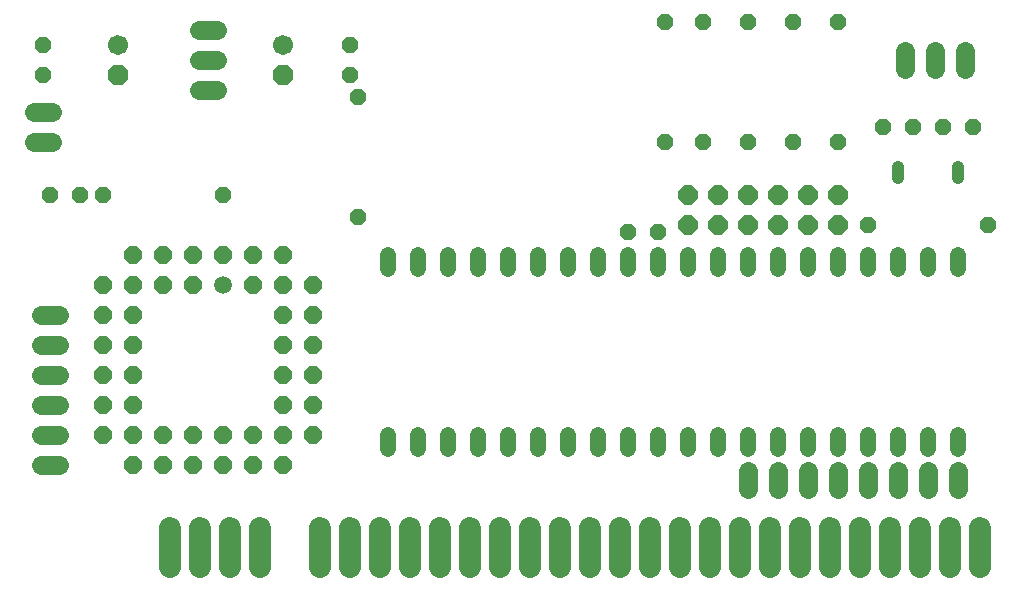
<source format=gbs>
G75*
%MOIN*%
%OFA0B0*%
%FSLAX24Y24*%
%IPPOS*%
%LPD*%
%AMOC8*
5,1,8,0,0,1.08239X$1,22.5*
%
%ADD10C,0.0400*%
%ADD11OC8,0.0520*%
%ADD12C,0.0520*%
%ADD13C,0.0640*%
%ADD14C,0.0590*%
%ADD15OC8,0.0590*%
%ADD16OC8,0.0670*%
%ADD17C,0.0670*%
%ADD18C,0.0740*%
%ADD19OC8,0.0640*%
D10*
X029600Y013745D02*
X029600Y014105D01*
X031600Y014105D02*
X031600Y013745D01*
D11*
X032600Y012175D03*
X028600Y012175D03*
X027600Y014925D03*
X029100Y015425D03*
X030100Y015425D03*
X031100Y015425D03*
X032100Y015425D03*
X027600Y018925D03*
X026100Y018925D03*
X024600Y018925D03*
X023100Y018925D03*
X021850Y018925D03*
X021850Y014925D03*
X023100Y014925D03*
X024600Y014925D03*
X026100Y014925D03*
X021600Y011925D03*
X020600Y011925D03*
X011600Y012425D03*
X007100Y013175D03*
X003100Y013175D03*
X002350Y013175D03*
X001350Y013175D03*
X001100Y017175D03*
X001100Y018175D03*
X011350Y018175D03*
X011350Y017175D03*
X011600Y016425D03*
D12*
X012600Y011165D02*
X012600Y010685D01*
X013600Y010685D02*
X013600Y011165D01*
X014600Y011165D02*
X014600Y010685D01*
X015600Y010685D02*
X015600Y011165D01*
X016600Y011165D02*
X016600Y010685D01*
X017600Y010685D02*
X017600Y011165D01*
X018600Y011165D02*
X018600Y010685D01*
X019600Y010685D02*
X019600Y011165D01*
X020600Y011165D02*
X020600Y010685D01*
X021600Y010685D02*
X021600Y011165D01*
X022600Y011165D02*
X022600Y010685D01*
X023600Y010685D02*
X023600Y011165D01*
X024600Y011165D02*
X024600Y010685D01*
X025600Y010685D02*
X025600Y011165D01*
X026600Y011165D02*
X026600Y010685D01*
X027600Y010685D02*
X027600Y011165D01*
X028600Y011165D02*
X028600Y010685D01*
X029600Y010685D02*
X029600Y011165D01*
X030600Y011165D02*
X030600Y010685D01*
X031600Y010685D02*
X031600Y011165D01*
X031600Y005165D02*
X031600Y004685D01*
X030600Y004685D02*
X030600Y005165D01*
X029600Y005165D02*
X029600Y004685D01*
X028600Y004685D02*
X028600Y005165D01*
X027600Y005165D02*
X027600Y004685D01*
X026600Y004685D02*
X026600Y005165D01*
X025600Y005165D02*
X025600Y004685D01*
X024600Y004685D02*
X024600Y005165D01*
X023600Y005165D02*
X023600Y004685D01*
X022600Y004685D02*
X022600Y005165D01*
X021600Y005165D02*
X021600Y004685D01*
X020600Y004685D02*
X020600Y005165D01*
X019600Y005165D02*
X019600Y004685D01*
X018600Y004685D02*
X018600Y005165D01*
X017600Y005165D02*
X017600Y004685D01*
X016600Y004685D02*
X016600Y005165D01*
X015600Y005165D02*
X015600Y004685D01*
X014600Y004685D02*
X014600Y005165D01*
X013600Y005165D02*
X013600Y004685D01*
X012600Y004685D02*
X012600Y005165D01*
D13*
X001650Y005175D02*
X001050Y005175D01*
X001050Y004175D02*
X001650Y004175D01*
X001650Y006175D02*
X001050Y006175D01*
X001050Y007175D02*
X001650Y007175D01*
X001650Y008175D02*
X001050Y008175D01*
X001050Y009175D02*
X001650Y009175D01*
X001400Y014925D02*
X000800Y014925D01*
X000800Y015925D02*
X001400Y015925D01*
X006300Y016675D02*
X006900Y016675D01*
X006900Y017675D02*
X006300Y017675D01*
X006300Y018675D02*
X006900Y018675D01*
X029850Y017975D02*
X029850Y017375D01*
X030850Y017375D02*
X030850Y017975D01*
X031850Y017975D02*
X031850Y017375D01*
X031600Y003975D02*
X031600Y003375D01*
X030600Y003375D02*
X030600Y003975D01*
X029600Y003975D02*
X029600Y003375D01*
X028600Y003375D02*
X028600Y003975D01*
X027600Y003975D02*
X027600Y003375D01*
X026600Y003375D02*
X026600Y003975D01*
X025600Y003975D02*
X025600Y003375D01*
X024600Y003375D02*
X024600Y003975D01*
D14*
X007100Y010175D03*
D15*
X006100Y010175D03*
X005100Y010175D03*
X004100Y010175D03*
X003100Y010175D03*
X003100Y009175D03*
X004100Y009175D03*
X004100Y008175D03*
X003100Y008175D03*
X003100Y007175D03*
X004100Y007175D03*
X004100Y006175D03*
X003100Y006175D03*
X003100Y005175D03*
X004100Y005175D03*
X005100Y005175D03*
X006100Y005175D03*
X007100Y005175D03*
X008100Y005175D03*
X009100Y005175D03*
X010100Y005175D03*
X010100Y006175D03*
X009100Y006175D03*
X009100Y007175D03*
X010100Y007175D03*
X010100Y008175D03*
X009100Y008175D03*
X009100Y009175D03*
X010100Y009175D03*
X010100Y010175D03*
X009100Y010175D03*
X008100Y010175D03*
X008100Y011175D03*
X007100Y011175D03*
X006100Y011175D03*
X005100Y011175D03*
X004100Y011175D03*
X009100Y011175D03*
X009100Y004175D03*
X008100Y004175D03*
X007100Y004175D03*
X006100Y004175D03*
X005100Y004175D03*
X004100Y004175D03*
D16*
X003600Y017175D03*
X009100Y017175D03*
D17*
X009100Y018175D03*
X003600Y018175D03*
D18*
X005350Y002075D02*
X005350Y000775D01*
X006350Y000775D02*
X006350Y002075D01*
X007350Y002075D02*
X007350Y000775D01*
X008350Y000775D02*
X008350Y002075D01*
X010350Y002075D02*
X010350Y000775D01*
X011350Y000775D02*
X011350Y002075D01*
X012350Y002075D02*
X012350Y000775D01*
X013350Y000775D02*
X013350Y002075D01*
X014350Y002075D02*
X014350Y000775D01*
X015350Y000775D02*
X015350Y002075D01*
X016350Y002075D02*
X016350Y000775D01*
X017350Y000775D02*
X017350Y002075D01*
X018350Y002075D02*
X018350Y000775D01*
X019350Y000775D02*
X019350Y002075D01*
X020350Y002075D02*
X020350Y000775D01*
X021350Y000775D02*
X021350Y002075D01*
X022350Y002075D02*
X022350Y000775D01*
X023350Y000775D02*
X023350Y002075D01*
X024350Y002075D02*
X024350Y000775D01*
X025350Y000775D02*
X025350Y002075D01*
X026350Y002075D02*
X026350Y000775D01*
X027350Y000775D02*
X027350Y002075D01*
X028350Y002075D02*
X028350Y000775D01*
X029350Y000775D02*
X029350Y002075D01*
X030350Y002075D02*
X030350Y000775D01*
X031350Y000775D02*
X031350Y002075D01*
X032350Y002075D02*
X032350Y000775D01*
D19*
X027600Y012175D03*
X026600Y012175D03*
X025600Y012175D03*
X024600Y012175D03*
X023600Y012175D03*
X022600Y012175D03*
X022600Y013175D03*
X023600Y013175D03*
X024600Y013175D03*
X025600Y013175D03*
X026600Y013175D03*
X027600Y013175D03*
M02*

</source>
